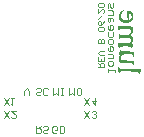
<source format=gbo>
G04*
G04 #@! TF.GenerationSoftware,Altium Limited,Altium Designer,18.1.7 (191)*
G04*
G04 Layer_Color=32896*
%FSLAX25Y25*%
%MOIN*%
G70*
G01*
G75*
%ADD72C,0.00400*%
G36*
X24470Y9445D02*
X24488Y9418D01*
Y9381D01*
X24470Y9325D01*
X24451Y9261D01*
X24414Y9187D01*
X24322Y9038D01*
X24220Y8881D01*
X24174Y8807D01*
X24127Y8743D01*
X24090Y8687D01*
X24063Y8650D01*
X24044Y8622D01*
X24035Y8613D01*
X23905Y8419D01*
X23841Y8326D01*
X23794Y8252D01*
X23757Y8178D01*
X23730Y8123D01*
X23711Y8086D01*
X23702Y8077D01*
X23656Y7984D01*
X23628Y7901D01*
X23600Y7827D01*
X23591Y7771D01*
X23582Y7725D01*
X23572Y7697D01*
Y7670D01*
X23582Y7549D01*
X23591Y7429D01*
X23656Y7207D01*
X23739Y7013D01*
X23831Y6855D01*
X23924Y6717D01*
X23970Y6661D01*
X24007Y6615D01*
X24044Y6578D01*
X24072Y6550D01*
X24081Y6541D01*
X24090Y6532D01*
X24192Y6448D01*
X24294Y6374D01*
X24405Y6310D01*
X24516Y6263D01*
X24729Y6171D01*
X24932Y6115D01*
X25108Y6088D01*
X25182Y6078D01*
X25247Y6069D01*
X25302Y6060D01*
X25339D01*
X25367D01*
X25376D01*
X25829D01*
X25737Y7429D01*
X25728Y7679D01*
X25718Y7910D01*
X25709Y8113D01*
X25718Y8289D01*
Y8456D01*
X25728Y8595D01*
X25737Y8715D01*
X25755Y8826D01*
X25765Y8909D01*
X25783Y8983D01*
X25792Y9038D01*
X25811Y9085D01*
X25820Y9122D01*
X25829Y9140D01*
X25839Y9159D01*
X25885Y9214D01*
X25940Y9251D01*
X26005Y9279D01*
X26070Y9288D01*
X26153Y9297D01*
X26227Y9288D01*
X26394Y9261D01*
X26542Y9223D01*
X26616Y9196D01*
X26671Y9177D01*
X26717Y9149D01*
X26764Y9140D01*
X26782Y9122D01*
X26791D01*
X26912Y9057D01*
X27013Y8983D01*
X27115Y8900D01*
X27198Y8807D01*
X27356Y8613D01*
X27467Y8428D01*
X27559Y8252D01*
X27587Y8178D01*
X27615Y8104D01*
X27633Y8049D01*
X27652Y8012D01*
X27661Y7984D01*
Y7975D01*
X27698Y7827D01*
X27726Y7679D01*
X27735Y7531D01*
Y7392D01*
X27726Y7133D01*
X27707Y7013D01*
X27679Y6911D01*
X27661Y6809D01*
X27633Y6717D01*
X27605Y6643D01*
X27587Y6569D01*
X27559Y6522D01*
X27550Y6486D01*
X27531Y6458D01*
Y6448D01*
X27393Y6227D01*
X27245Y6041D01*
X27097Y5875D01*
X26949Y5736D01*
X26810Y5625D01*
X26708Y5551D01*
X26662Y5523D01*
X26634Y5505D01*
X26616Y5486D01*
X26606D01*
X26375Y5376D01*
X26144Y5283D01*
X25922Y5227D01*
X25718Y5181D01*
X25617Y5172D01*
X25533Y5153D01*
X25459Y5144D01*
X25395D01*
X25339Y5135D01*
X25302D01*
X25274D01*
X25265D01*
X25080Y5153D01*
X24886Y5190D01*
X24692Y5246D01*
X24507Y5311D01*
X24340Y5376D01*
X24275Y5403D01*
X24220Y5431D01*
X24164Y5459D01*
X24127Y5468D01*
X24109Y5486D01*
X24100D01*
X23859Y5625D01*
X23656Y5755D01*
X23489Y5884D01*
X23350Y5995D01*
X23239Y6097D01*
X23165Y6171D01*
X23128Y6217D01*
X23110Y6236D01*
X23027Y6356D01*
X22962Y6486D01*
X22906Y6615D01*
X22869Y6745D01*
X22842Y6874D01*
X22823Y7004D01*
X22805Y7253D01*
Y7364D01*
X22814Y7466D01*
X22823Y7568D01*
X22842Y7642D01*
X22851Y7706D01*
X22860Y7762D01*
X22869Y7790D01*
Y7799D01*
X22925Y7965D01*
X22990Y8132D01*
X23054Y8271D01*
X23138Y8410D01*
X23221Y8539D01*
X23304Y8650D01*
X23387Y8752D01*
X23471Y8844D01*
X23554Y8928D01*
X23628Y9002D01*
X23702Y9057D01*
X23767Y9112D01*
X23813Y9149D01*
X23850Y9177D01*
X23878Y9187D01*
X23887Y9196D01*
X24035Y9288D01*
X24155Y9353D01*
X24248Y9399D01*
X24322Y9427D01*
X24368Y9445D01*
X24405Y9455D01*
X24423D01*
X24433D01*
X24470Y9445D01*
D02*
G37*
G36*
X22906Y4867D02*
X22934Y4839D01*
X22971Y4793D01*
X23008Y4747D01*
X23036Y4691D01*
X23064Y4654D01*
X23082Y4617D01*
X23091Y4608D01*
X23110Y4589D01*
Y4580D01*
X23360Y4145D01*
X24969D01*
X25210D01*
X25432Y4136D01*
X25635D01*
X25820Y4127D01*
X25996Y4118D01*
X26144Y4099D01*
X26283Y4090D01*
X26412Y4081D01*
X26523Y4062D01*
X26616Y4053D01*
X26690Y4044D01*
X26754Y4025D01*
X26801Y4016D01*
X26838D01*
X26856Y4007D01*
X26865D01*
X26967Y3979D01*
X27069Y3942D01*
X27235Y3868D01*
X27365Y3785D01*
X27467Y3701D01*
X27541Y3627D01*
X27596Y3562D01*
X27624Y3525D01*
X27633Y3507D01*
X27689Y3368D01*
X27735Y3229D01*
X27753Y3091D01*
X27763Y2961D01*
Y2730D01*
X27753Y2702D01*
Y2684D01*
X27726Y2508D01*
X27670Y2341D01*
X27615Y2175D01*
X27550Y2036D01*
X27485Y1907D01*
X27430Y1814D01*
X27411Y1777D01*
X27402Y1750D01*
X27383Y1740D01*
Y1731D01*
X26995Y1120D01*
X27319Y806D01*
X27420Y677D01*
X27494Y538D01*
X27559Y390D01*
X27596Y251D01*
X27624Y131D01*
X27633Y29D01*
X27642Y-8D01*
Y-267D01*
X27615Y-452D01*
X27568Y-628D01*
X27522Y-785D01*
X27476Y-915D01*
X27430Y-1016D01*
X27411Y-1053D01*
X27393Y-1081D01*
X27383Y-1090D01*
Y-1099D01*
X27356Y-1137D01*
X27337Y-1173D01*
X27328Y-1211D01*
X27319Y-1220D01*
X27254Y-1331D01*
X27208Y-1423D01*
X27180Y-1507D01*
X27152Y-1571D01*
X27143Y-1627D01*
Y-1664D01*
X27152Y-1691D01*
X27171Y-1719D01*
X27208Y-1738D01*
X27254Y-1747D01*
X27282Y-1738D01*
X27300D01*
X27356Y-1729D01*
X27411Y-1719D01*
X27513Y-1747D01*
X27550Y-1756D01*
X27587Y-1775D01*
X27605Y-1784D01*
X27615Y-1793D01*
X27670Y-1830D01*
X27716Y-1877D01*
X27735Y-1914D01*
X27753Y-1950D01*
X27763Y-2006D01*
Y-2043D01*
X27744Y-2080D01*
X27735Y-2126D01*
X27707Y-2182D01*
X27661Y-2311D01*
X27596Y-2450D01*
X27531Y-2589D01*
X27485Y-2709D01*
X27457Y-2764D01*
X27448Y-2802D01*
X27430Y-2820D01*
Y-2829D01*
X27078Y-3551D01*
X26958Y-3134D01*
X26921Y-3033D01*
X26884Y-2950D01*
X26838Y-2894D01*
X26801Y-2839D01*
X26773Y-2811D01*
X26745Y-2792D01*
X26727Y-2774D01*
X26717D01*
X26690Y-2764D01*
X26643Y-2746D01*
X26542Y-2727D01*
X26412Y-2700D01*
X26283Y-2681D01*
X26153Y-2663D01*
X26051Y-2644D01*
X26005D01*
X25977Y-2635D01*
X25959D01*
X25950D01*
X25607Y-2616D01*
X25284Y-2607D01*
X24978Y-2616D01*
X24840D01*
X24710D01*
X24599Y-2626D01*
X24488D01*
X24396Y-2635D01*
X24312Y-2644D01*
X24248D01*
X24201Y-2654D01*
X24174D01*
X24164D01*
X24016Y-2672D01*
X23896Y-2691D01*
X23785Y-2709D01*
X23702Y-2718D01*
X23637Y-2727D01*
X23591Y-2737D01*
X23563Y-2746D01*
X23554D01*
X23424Y-2783D01*
X23332Y-2811D01*
X23304Y-2829D01*
X23276Y-2848D01*
X23267Y-2857D01*
X23258D01*
X23193Y-2912D01*
X23147Y-2977D01*
X23119Y-3033D01*
X23110Y-3042D01*
Y-3051D01*
X23064Y-3144D01*
X23027Y-3218D01*
X22999Y-3264D01*
X22971Y-3301D01*
X22943Y-3320D01*
X22925Y-3329D01*
X22916Y-3338D01*
X22897Y-3329D01*
X22869Y-3292D01*
X22860Y-3236D01*
X22842Y-3162D01*
X22832Y-3079D01*
X22814Y-2987D01*
X22805Y-2783D01*
X22795Y-2589D01*
X22786Y-2496D01*
Y-2237D01*
X22795Y-1636D01*
X22814Y-1488D01*
X22832Y-1377D01*
X22860Y-1294D01*
X22888Y-1238D01*
X22916Y-1201D01*
X22953Y-1183D01*
X22980Y-1173D01*
X23017Y-1183D01*
X23045Y-1211D01*
X23073Y-1238D01*
X23128Y-1294D01*
X23165Y-1349D01*
X23175Y-1368D01*
Y-1377D01*
X23221Y-1442D01*
X23276Y-1488D01*
X23341Y-1534D01*
X23397Y-1562D01*
X23452Y-1581D01*
X23498Y-1599D01*
X23535Y-1608D01*
X23545D01*
X23600Y-1617D01*
X23683D01*
X23767Y-1627D01*
X23868D01*
X24090Y-1636D01*
X24312D01*
X24534Y-1645D01*
X24627D01*
X24710D01*
X24784D01*
X24840D01*
X24877D01*
X24886D01*
X25108D01*
X25293D01*
X25450D01*
X25570D01*
X25672D01*
X25737D01*
X25774D01*
X25783D01*
X25968Y-1636D01*
X26051Y-1627D01*
X26125Y-1617D01*
X26181Y-1608D01*
X26227D01*
X26255Y-1599D01*
X26264D01*
X26338Y-1581D01*
X26403Y-1562D01*
X26449Y-1543D01*
X26486Y-1534D01*
X26514Y-1516D01*
X26532Y-1507D01*
X26542Y-1497D01*
X26597Y-1442D01*
X26653Y-1377D01*
X26699Y-1321D01*
X26708Y-1303D01*
X26717Y-1294D01*
X26801Y-1173D01*
X26865Y-1053D01*
X26912Y-942D01*
X26939Y-840D01*
X26958Y-748D01*
X26967Y-683D01*
X26976Y-637D01*
Y-618D01*
X26967Y-480D01*
X26949Y-359D01*
X26912Y-249D01*
X26865Y-147D01*
X26819Y-64D01*
X26782Y-8D01*
X26754Y38D01*
X26745Y48D01*
X26671Y112D01*
X26597Y168D01*
X26523Y205D01*
X26449Y233D01*
X26394Y260D01*
X26338Y270D01*
X26301Y279D01*
X26292D01*
X26227Y288D01*
X26153Y297D01*
X26061D01*
X25959Y307D01*
X25728Y316D01*
X25496D01*
X25274Y325D01*
X25173D01*
X25080D01*
X25006D01*
X24951D01*
X24914D01*
X24904D01*
X23323D01*
X23147Y20D01*
X23064Y-128D01*
X22999Y-258D01*
X22934Y-369D01*
X22888Y-461D01*
X22860Y-517D01*
X22851Y-526D01*
Y-535D01*
X22814Y649D01*
X22805Y880D01*
Y1398D01*
X22814Y1509D01*
Y1602D01*
X22823Y1648D01*
Y1666D01*
X22832Y1750D01*
X22851Y1823D01*
X22860Y1870D01*
X22879Y1907D01*
X22888Y1925D01*
X22906Y1944D01*
X22916D01*
X22934Y1935D01*
X22962Y1907D01*
X22980Y1870D01*
X22990Y1842D01*
X22999Y1823D01*
X23054Y1703D01*
X23128Y1602D01*
X23193Y1518D01*
X23267Y1453D01*
X23323Y1407D01*
X23378Y1379D01*
X23415Y1361D01*
X23424Y1352D01*
X23489Y1333D01*
X23563Y1315D01*
X23646Y1296D01*
X23748Y1278D01*
X23952Y1241D01*
X24164Y1222D01*
X24368Y1194D01*
X24460Y1185D01*
X24534Y1176D01*
X24599D01*
X24645Y1167D01*
X24682D01*
X24692D01*
X24867Y1158D01*
X25025D01*
X25163Y1148D01*
X25293D01*
X25404Y1139D01*
X25496D01*
X25589D01*
X25654D01*
X25718D01*
X25765D01*
X25802D01*
X25839Y1148D01*
X25876D01*
X25885D01*
X25968Y1176D01*
X26051Y1213D01*
X26125Y1259D01*
X26199Y1315D01*
X26264Y1370D01*
X26310Y1407D01*
X26347Y1444D01*
X26357Y1453D01*
X26486Y1592D01*
X26588Y1731D01*
X26680Y1870D01*
X26745Y1999D01*
X26801Y2120D01*
X26838Y2203D01*
X26847Y2240D01*
X26856Y2268D01*
X26865Y2277D01*
Y2286D01*
X26884Y2388D01*
X26902Y2471D01*
Y2628D01*
X26884Y2758D01*
X26856Y2860D01*
X26810Y2933D01*
X26773Y2989D01*
X26736Y3017D01*
X26727Y3026D01*
X26662Y3063D01*
X26588Y3091D01*
X26505Y3128D01*
X26403Y3156D01*
X26190Y3202D01*
X25959Y3239D01*
X25746Y3266D01*
X25654Y3276D01*
X25570Y3285D01*
X25506Y3294D01*
X25450Y3303D01*
X25413D01*
X25404D01*
X25210Y3322D01*
X25025Y3331D01*
X24858D01*
X24701Y3340D01*
X24553D01*
X24423D01*
X24312Y3331D01*
X24211D01*
X24118Y3322D01*
X24044D01*
X23979Y3313D01*
X23924Y3303D01*
X23887D01*
X23850Y3294D01*
X23841D01*
X23831D01*
X23665Y3257D01*
X23526Y3193D01*
X23415Y3128D01*
X23323Y3063D01*
X23258Y2998D01*
X23212Y2943D01*
X23184Y2906D01*
X23175Y2887D01*
X23138Y2822D01*
X23101Y2767D01*
X23045Y2684D01*
X22999Y2637D01*
X22990Y2619D01*
X22934Y2582D01*
X22897Y2573D01*
X22860Y2591D01*
X22832Y2628D01*
X22805Y2693D01*
X22786Y2767D01*
X22777Y2860D01*
X22768Y2952D01*
X22758Y3156D01*
X22749Y3248D01*
Y3331D01*
X22758Y3405D01*
Y3692D01*
X22768Y3895D01*
X22777Y4081D01*
X22786Y4238D01*
X22805Y4367D01*
X22814Y4487D01*
X22823Y4580D01*
X22832Y4654D01*
X22842Y4719D01*
X22851Y4774D01*
X22860Y4811D01*
Y4839D01*
X22869Y4857D01*
X22879Y4876D01*
X22906Y4867D01*
D02*
G37*
G36*
X23480Y-3828D02*
X23526Y-3875D01*
X23572Y-3921D01*
X23609Y-3967D01*
X23646Y-4013D01*
X23665Y-4050D01*
X23674Y-4059D01*
X23739Y-4134D01*
X23822Y-4189D01*
X23878Y-4217D01*
X23896Y-4226D01*
X23905D01*
X23970Y-4245D01*
X24053Y-4254D01*
X24220Y-4272D01*
X24303Y-4281D01*
X24368Y-4291D01*
X24405D01*
X24423D01*
X24497D01*
X24581Y-4300D01*
X24784D01*
X24997D01*
X25210Y-4309D01*
X25404D01*
X25487D01*
X25561D01*
X25626D01*
X25672D01*
X25700D01*
X25709D01*
X25885D01*
X26042D01*
X26199D01*
X26338Y-4318D01*
X26597Y-4328D01*
X26819Y-4337D01*
X27013Y-4346D01*
X27180Y-4365D01*
X27319Y-4374D01*
X27439Y-4392D01*
X27522Y-4411D01*
X27596Y-4420D01*
X27652Y-4439D01*
X27689Y-4448D01*
X27716Y-4457D01*
X27735Y-4467D01*
X27744Y-4476D01*
X27763Y-4504D01*
X27781Y-4541D01*
X27800Y-4596D01*
X27818Y-4651D01*
X27846Y-4781D01*
X27864Y-4920D01*
X27883Y-5049D01*
X27892Y-5160D01*
X27901Y-5206D01*
Y-5271D01*
X27911Y-5392D01*
Y-5595D01*
X27901Y-5678D01*
Y-5752D01*
X27892Y-5817D01*
X27883Y-5919D01*
X27864Y-5993D01*
X27846Y-6039D01*
X27837Y-6058D01*
X27827Y-6067D01*
X27809Y-6076D01*
X27781D01*
X27735Y-6048D01*
X27670Y-5993D01*
X27615Y-5919D01*
X27559Y-5854D01*
X27513Y-5789D01*
X27476Y-5743D01*
X27467Y-5725D01*
X27171Y-5308D01*
X25737Y-5280D01*
X25580D01*
X25441D01*
X25311D01*
X25191D01*
X25080D01*
X24978D01*
X24886Y-5290D01*
X24812D01*
X24738Y-5299D01*
X24682D01*
X24627Y-5308D01*
X24590D01*
X24553D01*
X24534Y-5317D01*
X24516D01*
X24386Y-5345D01*
X24275Y-5373D01*
X24183Y-5419D01*
X24100Y-5456D01*
X24035Y-5493D01*
X23989Y-5521D01*
X23961Y-5539D01*
X23952Y-5549D01*
X23878Y-5623D01*
X23804Y-5715D01*
X23739Y-5817D01*
X23683Y-5919D01*
X23637Y-6002D01*
X23600Y-6076D01*
X23582Y-6132D01*
X23572Y-6141D01*
Y-6150D01*
X23526Y-6270D01*
X23508Y-6381D01*
X23498Y-6483D01*
X23508Y-6585D01*
X23517Y-6668D01*
X23545Y-6742D01*
X23619Y-6871D01*
X23711Y-6964D01*
X23794Y-7029D01*
X23822Y-7057D01*
X23850Y-7075D01*
X23868Y-7084D01*
X23878D01*
X23998Y-7130D01*
X24146Y-7168D01*
X24312Y-7204D01*
X24488Y-7232D01*
X24682Y-7260D01*
X24877Y-7278D01*
X25265Y-7306D01*
X25450Y-7325D01*
X25635D01*
X25792Y-7334D01*
X25931Y-7343D01*
X26051D01*
X26144D01*
X26199D01*
X26209D01*
X26218D01*
X26412D01*
X26588D01*
X26745D01*
X26893Y-7352D01*
X27013D01*
X27124Y-7362D01*
X27217D01*
X27291D01*
X27356Y-7371D01*
X27411D01*
X27457Y-7380D01*
X27485D01*
X27531Y-7389D01*
X27541D01*
X27624Y-7408D01*
X27679Y-7445D01*
X27735Y-7482D01*
X27772Y-7519D01*
X27800Y-7565D01*
X27818Y-7593D01*
X27827Y-7621D01*
Y-7630D01*
X27874Y-7870D01*
X27892Y-8000D01*
Y-8111D01*
X27901Y-8203D01*
Y-8352D01*
X27892Y-8490D01*
X27883Y-8601D01*
X27864Y-8703D01*
X27846Y-8777D01*
X27827Y-8833D01*
X27809Y-8869D01*
X27800Y-8888D01*
X27790Y-8897D01*
X27772Y-8934D01*
X27763Y-8944D01*
Y-8953D01*
X27744Y-8971D01*
X27716D01*
X27670Y-8953D01*
X27624Y-8916D01*
X27578Y-8851D01*
X27531Y-8795D01*
X27494Y-8731D01*
X27476Y-8694D01*
X27467Y-8675D01*
X27235Y-8259D01*
X25533D01*
X25330D01*
X25154D01*
X24997D01*
X24867Y-8250D01*
X24766D01*
X24692D01*
X24645D01*
X24627D01*
X24497Y-8241D01*
X24377D01*
X24275Y-8231D01*
X24174Y-8222D01*
X24090Y-8213D01*
X24035D01*
X23998Y-8203D01*
X23979D01*
X23878Y-8185D01*
X23785Y-8176D01*
X23702Y-8157D01*
X23646Y-8139D01*
X23591Y-8120D01*
X23554Y-8111D01*
X23535Y-8102D01*
X23526D01*
X23415Y-8046D01*
X23332Y-7982D01*
X23295Y-7954D01*
X23267Y-7935D01*
X23249Y-7926D01*
X23239Y-7917D01*
X23156Y-7824D01*
X23091Y-7741D01*
X23073Y-7704D01*
X23054Y-7685D01*
X23045Y-7667D01*
Y-7658D01*
X22999Y-7537D01*
X22962Y-7417D01*
X22943Y-7371D01*
X22925Y-7325D01*
X22916Y-7297D01*
Y-7288D01*
X22879Y-7121D01*
X22860Y-6955D01*
X22851Y-6788D01*
Y-6640D01*
X22860Y-6520D01*
X22869Y-6418D01*
Y-6381D01*
X22879Y-6353D01*
Y-6335D01*
X22916Y-6159D01*
X22962Y-6021D01*
X23008Y-5909D01*
X23064Y-5826D01*
X23110Y-5762D01*
X23147Y-5725D01*
X23175Y-5706D01*
X23184Y-5697D01*
X23239Y-5660D01*
X23276Y-5613D01*
X23295Y-5576D01*
X23304Y-5549D01*
Y-5503D01*
X23295Y-5484D01*
X23267Y-5447D01*
X23230Y-5419D01*
X23138Y-5382D01*
X23101D01*
X23064Y-5373D01*
X23036D01*
X23027D01*
X22980D01*
X22934Y-5364D01*
X22879Y-5345D01*
X22842Y-5327D01*
X22832Y-5317D01*
X22823Y-5262D01*
X22832Y-5206D01*
X22842Y-5151D01*
X22851Y-5142D01*
Y-5133D01*
X22888Y-5031D01*
X22934Y-4910D01*
X22980Y-4772D01*
X23027Y-4642D01*
X23073Y-4522D01*
X23110Y-4430D01*
X23119Y-4392D01*
X23128Y-4365D01*
X23138Y-4346D01*
Y-4337D01*
X23165Y-4254D01*
X23193Y-4180D01*
X23249Y-4059D01*
X23295Y-3967D01*
X23332Y-3902D01*
X23360Y-3865D01*
X23378Y-3838D01*
X23397Y-3819D01*
X23434Y-3810D01*
X23480Y-3828D01*
D02*
G37*
G36*
X23027Y-9545D02*
X23147Y-9693D01*
X23249Y-9822D01*
X23332Y-9933D01*
X23397Y-10026D01*
X23434Y-10081D01*
X23452Y-10091D01*
Y-10100D01*
X26662D01*
X26949D01*
X27226D01*
X27476D01*
X27716D01*
X27938Y-10109D01*
X28151D01*
X28345D01*
X28530D01*
X28697Y-10118D01*
X28854D01*
X28993D01*
X29132Y-10127D01*
X29252D01*
X29363Y-10137D01*
X29465D01*
X29548D01*
X29631Y-10146D01*
X29705D01*
X29825Y-10155D01*
X29918Y-10165D01*
X29983Y-10174D01*
X30020D01*
X30047Y-10183D01*
X30066D01*
X30131Y-10211D01*
X30168Y-10257D01*
X30205Y-10303D01*
X30223Y-10350D01*
X30232Y-10396D01*
X30242Y-10433D01*
Y-10470D01*
X30232Y-10562D01*
X30214Y-10683D01*
X30177Y-10812D01*
X30140Y-10942D01*
X30103Y-11062D01*
X30066Y-11154D01*
X30057Y-11191D01*
X30047Y-11219D01*
X30038Y-11237D01*
Y-11247D01*
X30001Y-11330D01*
X29964Y-11413D01*
X29899Y-11543D01*
X29835Y-11635D01*
X29779Y-11700D01*
X29733Y-11746D01*
X29696Y-11774D01*
X29677Y-11793D01*
X29668D01*
X29640D01*
X29613Y-11783D01*
X29566Y-11746D01*
X29529Y-11691D01*
X29502Y-11626D01*
X29483Y-11561D01*
X29474Y-11496D01*
X29465Y-11460D01*
Y-11423D01*
X29455Y-11376D01*
X29446Y-11339D01*
Y-11321D01*
X29437Y-11265D01*
X29418Y-11228D01*
X29354Y-11163D01*
X29289Y-11127D01*
X29270Y-11117D01*
X29261D01*
X29224Y-11108D01*
X29178D01*
X29113Y-11099D01*
X29030Y-11090D01*
X28947Y-11080D01*
X28836D01*
X28725Y-11071D01*
X28604Y-11062D01*
X28336Y-11052D01*
X28040Y-11034D01*
X27726Y-11025D01*
X27411Y-11006D01*
X27097Y-10997D01*
X26801Y-10988D01*
X26523Y-10978D01*
X26394Y-10969D01*
X26273D01*
X26162Y-10960D01*
X26061D01*
X25977D01*
X25903Y-10951D01*
X25848D01*
X25802D01*
X25774D01*
X25765D01*
X23563Y-10904D01*
X23295Y-11349D01*
X23239Y-11423D01*
X23193Y-11496D01*
X23156Y-11552D01*
X23110Y-11598D01*
X23045Y-11663D01*
X22990Y-11700D01*
X22953Y-11728D01*
X22925D01*
X22916D01*
X22906D01*
X22888Y-11700D01*
X22869Y-11654D01*
X22851Y-11580D01*
X22842Y-11496D01*
X22823Y-11395D01*
X22814Y-11293D01*
X22805Y-11062D01*
X22795Y-10840D01*
X22786Y-10729D01*
Y-9240D01*
X23027Y-9545D01*
D02*
G37*
%LPC*%
G36*
X26569Y8252D02*
X26505D01*
X26458D01*
X26431Y8243D01*
X26421D01*
X26375Y8224D01*
X26338Y8187D01*
X26283Y8104D01*
X26264Y8058D01*
X26255Y8021D01*
X26246Y7993D01*
Y7984D01*
X26236Y7938D01*
Y7882D01*
X26227Y7753D01*
X26218Y7605D01*
Y7466D01*
X26209Y7327D01*
Y6051D01*
X26606Y6245D01*
X26699Y6301D01*
X26782Y6356D01*
X26921Y6476D01*
X27023Y6606D01*
X27106Y6735D01*
X27161Y6846D01*
X27189Y6939D01*
X27208Y6976D01*
Y7004D01*
X27217Y7013D01*
Y7022D01*
X27235Y7114D01*
Y7216D01*
X27217Y7392D01*
X27180Y7549D01*
X27124Y7697D01*
X27069Y7808D01*
X27013Y7901D01*
X26976Y7956D01*
X26958Y7965D01*
Y7975D01*
X26902Y8039D01*
X26838Y8095D01*
X26791Y8141D01*
X26736Y8169D01*
X26643Y8224D01*
X26569Y8252D01*
D02*
G37*
%LPD*%
D72*
X16100Y-9600D02*
X18099D01*
Y-8600D01*
X17766Y-8267D01*
X17100D01*
X16767Y-8600D01*
Y-9600D01*
Y-8934D02*
X16100Y-8267D01*
X18099Y-6268D02*
Y-7601D01*
X16100D01*
Y-6268D01*
X17100Y-7601D02*
Y-6934D01*
X18099Y-5601D02*
X16767D01*
X16100Y-4935D01*
X16767Y-4268D01*
X18099D01*
Y-1603D02*
X16100D01*
Y-603D01*
X16433Y-270D01*
X16767D01*
X17100Y-603D01*
Y-1603D01*
Y-603D01*
X17433Y-270D01*
X17766D01*
X18099Y-603D01*
Y-1603D01*
X17766Y2396D02*
X18099Y2729D01*
Y3396D01*
X17766Y3729D01*
X16433D01*
X16100Y3396D01*
Y2729D01*
X16433Y2396D01*
X17766D01*
X18099Y5728D02*
X17766Y5062D01*
X17100Y4395D01*
X16433D01*
X16100Y4729D01*
Y5395D01*
X16433Y5728D01*
X16767D01*
X17100Y5395D01*
Y4395D01*
X16100Y6395D02*
X17433Y7728D01*
X16100Y9727D02*
Y8394D01*
X17433Y9727D01*
X17766D01*
X18099Y9394D01*
Y8727D01*
X17766Y8394D01*
Y10394D02*
X18099Y10727D01*
Y11393D01*
X17766Y11726D01*
X16433D01*
X16100Y11393D01*
Y10727D01*
X16433Y10394D01*
X17766D01*
X19291Y-11024D02*
Y-10224D01*
Y-10624D01*
X21691D01*
Y-11024D01*
X19291Y-8624D02*
Y-7825D01*
X19691Y-7425D01*
X20491D01*
X20891Y-7825D01*
Y-8624D01*
X20491Y-9024D01*
X19691D01*
X19291Y-8624D01*
Y-6625D02*
X20891D01*
Y-5425D01*
X20491Y-5026D01*
X19291D01*
Y-3026D02*
Y-3826D01*
X19691Y-4226D01*
X20491D01*
X20891Y-3826D01*
Y-3026D01*
X20491Y-2626D01*
X20091D01*
Y-4226D01*
X19291Y-1427D02*
Y-627D01*
X19691Y-227D01*
X20491D01*
X20891Y-627D01*
Y-1427D01*
X20491Y-1827D01*
X19691D01*
X19291Y-1427D01*
X20891Y2172D02*
Y972D01*
X20491Y573D01*
X19691D01*
X19291Y972D01*
Y2172D01*
Y4171D02*
Y3372D01*
X19691Y2972D01*
X20491D01*
X20891Y3372D01*
Y4171D01*
X20491Y4571D01*
X20091D01*
Y2972D01*
X20891Y5771D02*
Y6571D01*
X20491Y6971D01*
X19291D01*
Y5771D01*
X19691Y5371D01*
X20091Y5771D01*
Y6971D01*
X19291Y7770D02*
X20891D01*
Y8970D01*
X20491Y9370D01*
X19291D01*
Y10170D02*
Y11369D01*
X19691Y11769D01*
X20091Y11369D01*
Y10569D01*
X20491Y10170D01*
X20891Y10569D01*
Y11769D01*
X6400Y-16535D02*
Y-18935D01*
X7200Y-18135D01*
X7999Y-18935D01*
Y-16535D01*
X9999Y-18935D02*
X9199D01*
X8799Y-18535D01*
Y-16935D01*
X9199Y-16535D01*
X9999D01*
X10399Y-16935D01*
Y-18535D01*
X9999Y-18935D01*
X1100Y-16535D02*
Y-18935D01*
X1900Y-18135D01*
X2699Y-18935D01*
Y-16535D01*
X3499Y-18935D02*
X4299D01*
X3899D01*
Y-16535D01*
X3499D01*
X4299D01*
X-3125Y-18535D02*
X-3525Y-18935D01*
X-4324D01*
X-4724Y-18535D01*
Y-18135D01*
X-4324Y-17735D01*
X-3525D01*
X-3125Y-17335D01*
Y-16935D01*
X-3525Y-16535D01*
X-4324D01*
X-4724Y-16935D01*
X-726Y-18535D02*
X-1126Y-18935D01*
X-1925D01*
X-2325Y-18535D01*
Y-16935D01*
X-1925Y-16535D01*
X-1126D01*
X-726Y-16935D01*
X-8661Y-18935D02*
Y-17335D01*
X-7862Y-16535D01*
X-7062Y-17335D01*
Y-18935D01*
X2387Y-31133D02*
X1987Y-31533D01*
X1187D01*
X787Y-31133D01*
Y-29534D01*
X1187Y-29134D01*
X1987D01*
X2387Y-29534D01*
Y-30334D01*
X1587D01*
X3187Y-31533D02*
Y-29134D01*
X4386D01*
X4786Y-29534D01*
Y-31133D01*
X4386Y-31533D01*
X3187D01*
X-4724Y-29134D02*
Y-31533D01*
X-3525D01*
X-3125Y-31133D01*
Y-30334D01*
X-3525Y-29934D01*
X-4724D01*
X-3925D02*
X-3125Y-29134D01*
X-726Y-31133D02*
X-1126Y-31533D01*
X-1925D01*
X-2325Y-31133D01*
Y-30733D01*
X-1925Y-30334D01*
X-1126D01*
X-726Y-29934D01*
Y-29534D01*
X-1126Y-29134D01*
X-1925D01*
X-2325Y-29534D01*
X-15354Y-22084D02*
X-13755Y-19685D01*
Y-22084D02*
X-15354Y-19685D01*
X-12955D02*
X-12155D01*
X-12555D01*
Y-22084D01*
X-12955Y-21684D01*
X-15354Y-26415D02*
X-13755Y-24016D01*
Y-26415D02*
X-15354Y-24016D01*
X-11356D02*
X-12955D01*
X-11356Y-25615D01*
Y-26015D01*
X-11755Y-26415D01*
X-12555D01*
X-12955Y-26015D01*
X11417Y-26415D02*
X13017Y-24016D01*
Y-26415D02*
X11417Y-24016D01*
X13816Y-26015D02*
X14216Y-26415D01*
X15016D01*
X15416Y-26015D01*
Y-25615D01*
X15016Y-25215D01*
X14616D01*
X15016D01*
X15416Y-24815D01*
Y-24416D01*
X15016Y-24016D01*
X14216D01*
X13816Y-24416D01*
X11417Y-22084D02*
X13017Y-19685D01*
Y-22084D02*
X11417Y-19685D01*
X15016D02*
Y-22084D01*
X13816Y-20885D01*
X15416D01*
M02*

</source>
